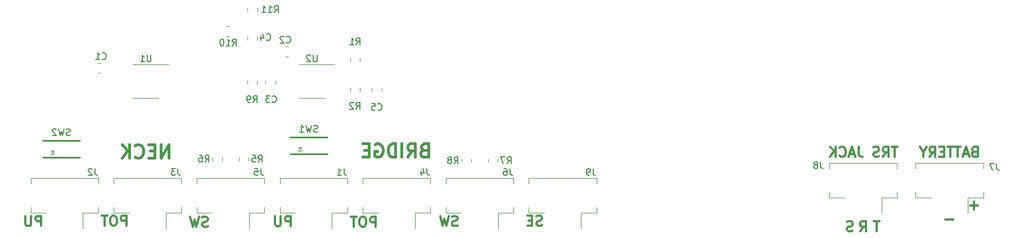
<source format=gbr>
%TF.GenerationSoftware,KiCad,Pcbnew,(6.0.1)*%
%TF.CreationDate,2022-02-21T20:45:34-05:00*%
%TF.ProjectId,uv_back,75765f62-6163-46b2-9e6b-696361645f70,rev?*%
%TF.SameCoordinates,Original*%
%TF.FileFunction,Legend,Bot*%
%TF.FilePolarity,Positive*%
%FSLAX46Y46*%
G04 Gerber Fmt 4.6, Leading zero omitted, Abs format (unit mm)*
G04 Created by KiCad (PCBNEW (6.0.1)) date 2022-02-21 20:45:34*
%MOMM*%
%LPD*%
G01*
G04 APERTURE LIST*
%ADD10C,0.325000*%
%ADD11C,0.400000*%
%ADD12C,0.150000*%
%ADD13C,0.095250*%
%ADD14C,0.120000*%
%ADD15C,0.254000*%
G04 APERTURE END LIST*
D10*
X95328035Y-123432142D02*
X95113750Y-123503571D01*
X94756607Y-123503571D01*
X94613750Y-123432142D01*
X94542321Y-123360714D01*
X94470892Y-123217857D01*
X94470892Y-123075000D01*
X94542321Y-122932142D01*
X94613750Y-122860714D01*
X94756607Y-122789285D01*
X95042321Y-122717857D01*
X95185178Y-122646428D01*
X95256607Y-122575000D01*
X95328035Y-122432142D01*
X95328035Y-122289285D01*
X95256607Y-122146428D01*
X95185178Y-122075000D01*
X95042321Y-122003571D01*
X94685178Y-122003571D01*
X94470892Y-122075000D01*
X93970892Y-122003571D02*
X93613750Y-123503571D01*
X93328035Y-122432142D01*
X93042321Y-123503571D01*
X92685178Y-122003571D01*
X83075000Y-123328571D02*
X83075000Y-121828571D01*
X82503571Y-121828571D01*
X82360714Y-121900000D01*
X82289285Y-121971428D01*
X82217857Y-122114285D01*
X82217857Y-122328571D01*
X82289285Y-122471428D01*
X82360714Y-122542857D01*
X82503571Y-122614285D01*
X83075000Y-122614285D01*
X81289285Y-121828571D02*
X81003571Y-121828571D01*
X80860714Y-121900000D01*
X80717857Y-122042857D01*
X80646428Y-122328571D01*
X80646428Y-122828571D01*
X80717857Y-123114285D01*
X80860714Y-123257142D01*
X81003571Y-123328571D01*
X81289285Y-123328571D01*
X81432142Y-123257142D01*
X81575000Y-123114285D01*
X81646428Y-122828571D01*
X81646428Y-122328571D01*
X81575000Y-122042857D01*
X81432142Y-121900000D01*
X81289285Y-121828571D01*
X80217857Y-121828571D02*
X79360714Y-121828571D01*
X79789285Y-123328571D02*
X79789285Y-121828571D01*
X107803571Y-123403571D02*
X107803571Y-121903571D01*
X107232142Y-121903571D01*
X107089285Y-121975000D01*
X107017857Y-122046428D01*
X106946428Y-122189285D01*
X106946428Y-122403571D01*
X107017857Y-122546428D01*
X107089285Y-122617857D01*
X107232142Y-122689285D01*
X107803571Y-122689285D01*
X106303571Y-121903571D02*
X106303571Y-123117857D01*
X106232142Y-123260714D01*
X106160714Y-123332142D01*
X106017857Y-123403571D01*
X105732142Y-123403571D01*
X105589285Y-123332142D01*
X105517857Y-123260714D01*
X105446428Y-123117857D01*
X105446428Y-121903571D01*
X196428571Y-122678571D02*
X195571428Y-122678571D01*
X196000000Y-124178571D02*
X196000000Y-122678571D01*
X120600000Y-123503571D02*
X120600000Y-122003571D01*
X120028571Y-122003571D01*
X119885714Y-122075000D01*
X119814285Y-122146428D01*
X119742857Y-122289285D01*
X119742857Y-122503571D01*
X119814285Y-122646428D01*
X119885714Y-122717857D01*
X120028571Y-122789285D01*
X120600000Y-122789285D01*
X118814285Y-122003571D02*
X118528571Y-122003571D01*
X118385714Y-122075000D01*
X118242857Y-122217857D01*
X118171428Y-122503571D01*
X118171428Y-123003571D01*
X118242857Y-123289285D01*
X118385714Y-123432142D01*
X118528571Y-123503571D01*
X118814285Y-123503571D01*
X118957142Y-123432142D01*
X119100000Y-123289285D01*
X119171428Y-123003571D01*
X119171428Y-122503571D01*
X119100000Y-122217857D01*
X118957142Y-122075000D01*
X118814285Y-122003571D01*
X117742857Y-122003571D02*
X116885714Y-122003571D01*
X117314285Y-123503571D02*
X117314285Y-122003571D01*
X70228571Y-123378571D02*
X70228571Y-121878571D01*
X69657142Y-121878571D01*
X69514285Y-121950000D01*
X69442857Y-122021428D01*
X69371428Y-122164285D01*
X69371428Y-122378571D01*
X69442857Y-122521428D01*
X69514285Y-122592857D01*
X69657142Y-122664285D01*
X70228571Y-122664285D01*
X68728571Y-121878571D02*
X68728571Y-123092857D01*
X68657142Y-123235714D01*
X68585714Y-123307142D01*
X68442857Y-123378571D01*
X68157142Y-123378571D01*
X68014285Y-123307142D01*
X67942857Y-123235714D01*
X67871428Y-123092857D01*
X67871428Y-121878571D01*
X192428571Y-124107142D02*
X192214285Y-124178571D01*
X191857142Y-124178571D01*
X191714285Y-124107142D01*
X191642857Y-124035714D01*
X191571428Y-123892857D01*
X191571428Y-123750000D01*
X191642857Y-123607142D01*
X191714285Y-123535714D01*
X191857142Y-123464285D01*
X192142857Y-123392857D01*
X192285714Y-123321428D01*
X192357142Y-123250000D01*
X192428571Y-123107142D01*
X192428571Y-122964285D01*
X192357142Y-122821428D01*
X192285714Y-122750000D01*
X192142857Y-122678571D01*
X191785714Y-122678571D01*
X191571428Y-122750000D01*
X193535714Y-124178571D02*
X194035714Y-123464285D01*
X194392857Y-124178571D02*
X194392857Y-122678571D01*
X193821428Y-122678571D01*
X193678571Y-122750000D01*
X193607142Y-122821428D01*
X193535714Y-122964285D01*
X193535714Y-123178571D01*
X193607142Y-123321428D01*
X193678571Y-123392857D01*
X193821428Y-123464285D01*
X194392857Y-123464285D01*
X132935714Y-123307142D02*
X132721428Y-123378571D01*
X132364285Y-123378571D01*
X132221428Y-123307142D01*
X132150000Y-123235714D01*
X132078571Y-123092857D01*
X132078571Y-122950000D01*
X132150000Y-122807142D01*
X132221428Y-122735714D01*
X132364285Y-122664285D01*
X132650000Y-122592857D01*
X132792857Y-122521428D01*
X132864285Y-122450000D01*
X132935714Y-122307142D01*
X132935714Y-122164285D01*
X132864285Y-122021428D01*
X132792857Y-121950000D01*
X132650000Y-121878571D01*
X132292857Y-121878571D01*
X132078571Y-121950000D01*
X131578571Y-121878571D02*
X131221428Y-123378571D01*
X130935714Y-122307142D01*
X130650000Y-123378571D01*
X130292857Y-121878571D01*
X210750000Y-112142857D02*
X210535714Y-112214285D01*
X210464285Y-112285714D01*
X210392857Y-112428571D01*
X210392857Y-112642857D01*
X210464285Y-112785714D01*
X210535714Y-112857142D01*
X210678571Y-112928571D01*
X211250000Y-112928571D01*
X211250000Y-111428571D01*
X210750000Y-111428571D01*
X210607142Y-111500000D01*
X210535714Y-111571428D01*
X210464285Y-111714285D01*
X210464285Y-111857142D01*
X210535714Y-112000000D01*
X210607142Y-112071428D01*
X210750000Y-112142857D01*
X211250000Y-112142857D01*
X209821428Y-112500000D02*
X209107142Y-112500000D01*
X209964285Y-112928571D02*
X209464285Y-111428571D01*
X208964285Y-112928571D01*
X208678571Y-111428571D02*
X207821428Y-111428571D01*
X208250000Y-112928571D02*
X208250000Y-111428571D01*
X207535714Y-111428571D02*
X206678571Y-111428571D01*
X207107142Y-112928571D02*
X207107142Y-111428571D01*
X206178571Y-112142857D02*
X205678571Y-112142857D01*
X205464285Y-112928571D02*
X206178571Y-112928571D01*
X206178571Y-111428571D01*
X205464285Y-111428571D01*
X203964285Y-112928571D02*
X204464285Y-112214285D01*
X204821428Y-112928571D02*
X204821428Y-111428571D01*
X204250000Y-111428571D01*
X204107142Y-111500000D01*
X204035714Y-111571428D01*
X203964285Y-111714285D01*
X203964285Y-111928571D01*
X204035714Y-112071428D01*
X204107142Y-112142857D01*
X204250000Y-112214285D01*
X204821428Y-112214285D01*
X203035714Y-112214285D02*
X203035714Y-112928571D01*
X203535714Y-111428571D02*
X203035714Y-112214285D01*
X202535714Y-111428571D01*
D11*
X127863095Y-111882142D02*
X127577380Y-111977380D01*
X127482142Y-112072619D01*
X127386904Y-112263095D01*
X127386904Y-112548809D01*
X127482142Y-112739285D01*
X127577380Y-112834523D01*
X127767857Y-112929761D01*
X128529761Y-112929761D01*
X128529761Y-110929761D01*
X127863095Y-110929761D01*
X127672619Y-111025000D01*
X127577380Y-111120238D01*
X127482142Y-111310714D01*
X127482142Y-111501190D01*
X127577380Y-111691666D01*
X127672619Y-111786904D01*
X127863095Y-111882142D01*
X128529761Y-111882142D01*
X125386904Y-112929761D02*
X126053571Y-111977380D01*
X126529761Y-112929761D02*
X126529761Y-110929761D01*
X125767857Y-110929761D01*
X125577380Y-111025000D01*
X125482142Y-111120238D01*
X125386904Y-111310714D01*
X125386904Y-111596428D01*
X125482142Y-111786904D01*
X125577380Y-111882142D01*
X125767857Y-111977380D01*
X126529761Y-111977380D01*
X124529761Y-112929761D02*
X124529761Y-110929761D01*
X123577380Y-112929761D02*
X123577380Y-110929761D01*
X123101190Y-110929761D01*
X122815476Y-111025000D01*
X122625000Y-111215476D01*
X122529761Y-111405952D01*
X122434523Y-111786904D01*
X122434523Y-112072619D01*
X122529761Y-112453571D01*
X122625000Y-112644047D01*
X122815476Y-112834523D01*
X123101190Y-112929761D01*
X123577380Y-112929761D01*
X120529761Y-111025000D02*
X120720238Y-110929761D01*
X121005952Y-110929761D01*
X121291666Y-111025000D01*
X121482142Y-111215476D01*
X121577380Y-111405952D01*
X121672619Y-111786904D01*
X121672619Y-112072619D01*
X121577380Y-112453571D01*
X121482142Y-112644047D01*
X121291666Y-112834523D01*
X121005952Y-112929761D01*
X120815476Y-112929761D01*
X120529761Y-112834523D01*
X120434523Y-112739285D01*
X120434523Y-112072619D01*
X120815476Y-112072619D01*
X119577380Y-111882142D02*
X118910714Y-111882142D01*
X118625000Y-112929761D02*
X119577380Y-112929761D01*
X119577380Y-110929761D01*
X118625000Y-110929761D01*
D10*
X199178571Y-111428571D02*
X198321428Y-111428571D01*
X198750000Y-112928571D02*
X198750000Y-111428571D01*
X196964285Y-112928571D02*
X197464285Y-112214285D01*
X197821428Y-112928571D02*
X197821428Y-111428571D01*
X197250000Y-111428571D01*
X197107142Y-111500000D01*
X197035714Y-111571428D01*
X196964285Y-111714285D01*
X196964285Y-111928571D01*
X197035714Y-112071428D01*
X197107142Y-112142857D01*
X197250000Y-112214285D01*
X197821428Y-112214285D01*
X196392857Y-112857142D02*
X196178571Y-112928571D01*
X195821428Y-112928571D01*
X195678571Y-112857142D01*
X195607142Y-112785714D01*
X195535714Y-112642857D01*
X195535714Y-112500000D01*
X195607142Y-112357142D01*
X195678571Y-112285714D01*
X195821428Y-112214285D01*
X196107142Y-112142857D01*
X196250000Y-112071428D01*
X196321428Y-112000000D01*
X196392857Y-111857142D01*
X196392857Y-111714285D01*
X196321428Y-111571428D01*
X196250000Y-111500000D01*
X196107142Y-111428571D01*
X195750000Y-111428571D01*
X195535714Y-111500000D01*
X193321428Y-111428571D02*
X193321428Y-112500000D01*
X193392857Y-112714285D01*
X193535714Y-112857142D01*
X193750000Y-112928571D01*
X193892857Y-112928571D01*
X192678571Y-112500000D02*
X191964285Y-112500000D01*
X192821428Y-112928571D02*
X192321428Y-111428571D01*
X191821428Y-112928571D01*
X190464285Y-112785714D02*
X190535714Y-112857142D01*
X190750000Y-112928571D01*
X190892857Y-112928571D01*
X191107142Y-112857142D01*
X191250000Y-112714285D01*
X191321428Y-112571428D01*
X191392857Y-112285714D01*
X191392857Y-112071428D01*
X191321428Y-111785714D01*
X191250000Y-111642857D01*
X191107142Y-111500000D01*
X190892857Y-111428571D01*
X190750000Y-111428571D01*
X190535714Y-111500000D01*
X190464285Y-111571428D01*
X189821428Y-112928571D02*
X189821428Y-111428571D01*
X188964285Y-112928571D02*
X189607142Y-112071428D01*
X188964285Y-111428571D02*
X189821428Y-112285714D01*
D11*
X89426190Y-113079761D02*
X89426190Y-111079761D01*
X88283333Y-113079761D01*
X88283333Y-111079761D01*
X87330952Y-112032142D02*
X86664285Y-112032142D01*
X86378571Y-113079761D02*
X87330952Y-113079761D01*
X87330952Y-111079761D01*
X86378571Y-111079761D01*
X84378571Y-112889285D02*
X84473809Y-112984523D01*
X84759523Y-113079761D01*
X84950000Y-113079761D01*
X85235714Y-112984523D01*
X85426190Y-112794047D01*
X85521428Y-112603571D01*
X85616666Y-112222619D01*
X85616666Y-111936904D01*
X85521428Y-111555952D01*
X85426190Y-111365476D01*
X85235714Y-111175000D01*
X84950000Y-111079761D01*
X84759523Y-111079761D01*
X84473809Y-111175000D01*
X84378571Y-111270238D01*
X83521428Y-113079761D02*
X83521428Y-111079761D01*
X82378571Y-113079761D02*
X83235714Y-111936904D01*
X82378571Y-111079761D02*
X83521428Y-112222619D01*
D10*
X211271428Y-120282142D02*
X210128571Y-120282142D01*
X210700000Y-120853571D02*
X210700000Y-119710714D01*
X207546428Y-122407142D02*
X206403571Y-122407142D01*
X145657142Y-123282142D02*
X145442857Y-123353571D01*
X145085714Y-123353571D01*
X144942857Y-123282142D01*
X144871428Y-123210714D01*
X144800000Y-123067857D01*
X144800000Y-122925000D01*
X144871428Y-122782142D01*
X144942857Y-122710714D01*
X145085714Y-122639285D01*
X145371428Y-122567857D01*
X145514285Y-122496428D01*
X145585714Y-122425000D01*
X145657142Y-122282142D01*
X145657142Y-122139285D01*
X145585714Y-121996428D01*
X145514285Y-121925000D01*
X145371428Y-121853571D01*
X145014285Y-121853571D01*
X144800000Y-121925000D01*
X144157142Y-122567857D02*
X143657142Y-122567857D01*
X143442857Y-123353571D02*
X144157142Y-123353571D01*
X144157142Y-121853571D01*
X143442857Y-121853571D01*
D12*
%TO.C,R9*%
X102161367Y-104702380D02*
X102494701Y-104226190D01*
X102732796Y-104702380D02*
X102732796Y-103702380D01*
X102351843Y-103702380D01*
X102256605Y-103750000D01*
X102208986Y-103797619D01*
X102161367Y-103892857D01*
X102161367Y-104035714D01*
X102208986Y-104130952D01*
X102256605Y-104178571D01*
X102351843Y-104226190D01*
X102732796Y-104226190D01*
X101685177Y-104702380D02*
X101494701Y-104702380D01*
X101399462Y-104654761D01*
X101351843Y-104607142D01*
X101256605Y-104464285D01*
X101208986Y-104273809D01*
X101208986Y-103892857D01*
X101256605Y-103797619D01*
X101304224Y-103750000D01*
X101399462Y-103702380D01*
X101589939Y-103702380D01*
X101685177Y-103750000D01*
X101732796Y-103797619D01*
X101780415Y-103892857D01*
X101780415Y-104130952D01*
X101732796Y-104226190D01*
X101685177Y-104273809D01*
X101589939Y-104321428D01*
X101399462Y-104321428D01*
X101304224Y-104273809D01*
X101256605Y-104226190D01*
X101208986Y-104130952D01*
%TO.C,R10*%
X99042857Y-96127380D02*
X99376190Y-95651190D01*
X99614285Y-96127380D02*
X99614285Y-95127380D01*
X99233333Y-95127380D01*
X99138095Y-95175000D01*
X99090476Y-95222619D01*
X99042857Y-95317857D01*
X99042857Y-95460714D01*
X99090476Y-95555952D01*
X99138095Y-95603571D01*
X99233333Y-95651190D01*
X99614285Y-95651190D01*
X98090476Y-96127380D02*
X98661904Y-96127380D01*
X98376190Y-96127380D02*
X98376190Y-95127380D01*
X98471428Y-95270238D01*
X98566666Y-95365476D01*
X98661904Y-95413095D01*
X97471428Y-95127380D02*
X97376190Y-95127380D01*
X97280952Y-95175000D01*
X97233333Y-95222619D01*
X97185714Y-95317857D01*
X97138095Y-95508333D01*
X97138095Y-95746428D01*
X97185714Y-95936904D01*
X97233333Y-96032142D01*
X97280952Y-96079761D01*
X97376190Y-96127380D01*
X97471428Y-96127380D01*
X97566666Y-96079761D01*
X97614285Y-96032142D01*
X97661904Y-95936904D01*
X97709523Y-95746428D01*
X97709523Y-95508333D01*
X97661904Y-95317857D01*
X97614285Y-95222619D01*
X97566666Y-95175000D01*
X97471428Y-95127380D01*
%TO.C,J8*%
X187583333Y-113702380D02*
X187583333Y-114416666D01*
X187630952Y-114559523D01*
X187726190Y-114654761D01*
X187869047Y-114702380D01*
X187964285Y-114702380D01*
X186964285Y-114130952D02*
X187059523Y-114083333D01*
X187107142Y-114035714D01*
X187154761Y-113940476D01*
X187154761Y-113892857D01*
X187107142Y-113797619D01*
X187059523Y-113750000D01*
X186964285Y-113702380D01*
X186773809Y-113702380D01*
X186678571Y-113750000D01*
X186630952Y-113797619D01*
X186583333Y-113892857D01*
X186583333Y-113940476D01*
X186630952Y-114035714D01*
X186678571Y-114083333D01*
X186773809Y-114130952D01*
X186964285Y-114130952D01*
X187059523Y-114178571D01*
X187107142Y-114226190D01*
X187154761Y-114321428D01*
X187154761Y-114511904D01*
X187107142Y-114607142D01*
X187059523Y-114654761D01*
X186964285Y-114702380D01*
X186773809Y-114702380D01*
X186678571Y-114654761D01*
X186630952Y-114607142D01*
X186583333Y-114511904D01*
X186583333Y-114321428D01*
X186630952Y-114226190D01*
X186678571Y-114178571D01*
X186773809Y-114130952D01*
%TO.C,U1*%
X86761904Y-97552380D02*
X86761904Y-98361904D01*
X86714285Y-98457142D01*
X86666666Y-98504761D01*
X86571428Y-98552380D01*
X86380952Y-98552380D01*
X86285714Y-98504761D01*
X86238095Y-98457142D01*
X86190476Y-98361904D01*
X86190476Y-97552380D01*
X85190476Y-98552380D02*
X85761904Y-98552380D01*
X85476190Y-98552380D02*
X85476190Y-97552380D01*
X85571428Y-97695238D01*
X85666666Y-97790476D01*
X85761904Y-97838095D01*
%TO.C,R11*%
X105367857Y-91102380D02*
X105701190Y-90626190D01*
X105939285Y-91102380D02*
X105939285Y-90102380D01*
X105558333Y-90102380D01*
X105463095Y-90150000D01*
X105415476Y-90197619D01*
X105367857Y-90292857D01*
X105367857Y-90435714D01*
X105415476Y-90530952D01*
X105463095Y-90578571D01*
X105558333Y-90626190D01*
X105939285Y-90626190D01*
X104415476Y-91102380D02*
X104986904Y-91102380D01*
X104701190Y-91102380D02*
X104701190Y-90102380D01*
X104796428Y-90245238D01*
X104891666Y-90340476D01*
X104986904Y-90388095D01*
X103463095Y-91102380D02*
X104034523Y-91102380D01*
X103748809Y-91102380D02*
X103748809Y-90102380D01*
X103844047Y-90245238D01*
X103939285Y-90340476D01*
X104034523Y-90388095D01*
%TO.C,R7*%
X140416666Y-113952380D02*
X140750000Y-113476190D01*
X140988095Y-113952380D02*
X140988095Y-112952380D01*
X140607142Y-112952380D01*
X140511904Y-113000000D01*
X140464285Y-113047619D01*
X140416666Y-113142857D01*
X140416666Y-113285714D01*
X140464285Y-113380952D01*
X140511904Y-113428571D01*
X140607142Y-113476190D01*
X140988095Y-113476190D01*
X140083333Y-112952380D02*
X139416666Y-112952380D01*
X139845238Y-113952380D01*
%TO.C,J6*%
X140833333Y-114702380D02*
X140833333Y-115416666D01*
X140880952Y-115559523D01*
X140976190Y-115654761D01*
X141119047Y-115702380D01*
X141214285Y-115702380D01*
X139928571Y-114702380D02*
X140119047Y-114702380D01*
X140214285Y-114750000D01*
X140261904Y-114797619D01*
X140357142Y-114940476D01*
X140404761Y-115130952D01*
X140404761Y-115511904D01*
X140357142Y-115607142D01*
X140309523Y-115654761D01*
X140214285Y-115702380D01*
X140023809Y-115702380D01*
X139928571Y-115654761D01*
X139880952Y-115607142D01*
X139833333Y-115511904D01*
X139833333Y-115273809D01*
X139880952Y-115178571D01*
X139928571Y-115130952D01*
X140023809Y-115083333D01*
X140214285Y-115083333D01*
X140309523Y-115130952D01*
X140357142Y-115178571D01*
X140404761Y-115273809D01*
%TO.C,J7*%
X214083333Y-113952380D02*
X214083333Y-114666666D01*
X214130952Y-114809523D01*
X214226190Y-114904761D01*
X214369047Y-114952380D01*
X214464285Y-114952380D01*
X213702380Y-113952380D02*
X213035714Y-113952380D01*
X213464285Y-114952380D01*
%TO.C,C3*%
X105033167Y-104607142D02*
X105080786Y-104654761D01*
X105223643Y-104702380D01*
X105318881Y-104702380D01*
X105461739Y-104654761D01*
X105556977Y-104559523D01*
X105604596Y-104464285D01*
X105652215Y-104273809D01*
X105652215Y-104130952D01*
X105604596Y-103940476D01*
X105556977Y-103845238D01*
X105461739Y-103750000D01*
X105318881Y-103702380D01*
X105223643Y-103702380D01*
X105080786Y-103750000D01*
X105033167Y-103797619D01*
X104699834Y-103702380D02*
X104080786Y-103702380D01*
X104414120Y-104083333D01*
X104271262Y-104083333D01*
X104176024Y-104130952D01*
X104128405Y-104178571D01*
X104080786Y-104273809D01*
X104080786Y-104511904D01*
X104128405Y-104607142D01*
X104176024Y-104654761D01*
X104271262Y-104702380D01*
X104556977Y-104702380D01*
X104652215Y-104654761D01*
X104699834Y-104607142D01*
%TO.C,SW1*%
X111833333Y-109154761D02*
X111690476Y-109202380D01*
X111452380Y-109202380D01*
X111357142Y-109154761D01*
X111309523Y-109107142D01*
X111261904Y-109011904D01*
X111261904Y-108916666D01*
X111309523Y-108821428D01*
X111357142Y-108773809D01*
X111452380Y-108726190D01*
X111642857Y-108678571D01*
X111738095Y-108630952D01*
X111785714Y-108583333D01*
X111833333Y-108488095D01*
X111833333Y-108392857D01*
X111785714Y-108297619D01*
X111738095Y-108250000D01*
X111642857Y-108202380D01*
X111404761Y-108202380D01*
X111261904Y-108250000D01*
X110928571Y-108202380D02*
X110690476Y-109202380D01*
X110500000Y-108488095D01*
X110309523Y-109202380D01*
X110071428Y-108202380D01*
X109166666Y-109202380D02*
X109738095Y-109202380D01*
X109452380Y-109202380D02*
X109452380Y-108202380D01*
X109547619Y-108345238D01*
X109642857Y-108440476D01*
X109738095Y-108488095D01*
D13*
X109384123Y-112010801D02*
X109384123Y-111938230D01*
X109365981Y-111901944D01*
X109329695Y-111865658D01*
X109257123Y-111847516D01*
X109130123Y-111847516D01*
X109057552Y-111865658D01*
X109021266Y-111901944D01*
X109003123Y-111938230D01*
X109003123Y-112010801D01*
X109021266Y-112047087D01*
X109057552Y-112083373D01*
X109130123Y-112101516D01*
X109257123Y-112101516D01*
X109329695Y-112083373D01*
X109365981Y-112047087D01*
X109384123Y-112010801D01*
X109003123Y-111684230D02*
X109384123Y-111684230D01*
X109003123Y-111466516D01*
X109384123Y-111466516D01*
D12*
%TO.C,R8*%
X132416666Y-113952380D02*
X132750000Y-113476190D01*
X132988095Y-113952380D02*
X132988095Y-112952380D01*
X132607142Y-112952380D01*
X132511904Y-113000000D01*
X132464285Y-113047619D01*
X132416666Y-113142857D01*
X132416666Y-113285714D01*
X132464285Y-113380952D01*
X132511904Y-113428571D01*
X132607142Y-113476190D01*
X132988095Y-113476190D01*
X131845238Y-113380952D02*
X131940476Y-113333333D01*
X131988095Y-113285714D01*
X132035714Y-113190476D01*
X132035714Y-113142857D01*
X131988095Y-113047619D01*
X131940476Y-113000000D01*
X131845238Y-112952380D01*
X131654761Y-112952380D01*
X131559523Y-113000000D01*
X131511904Y-113047619D01*
X131464285Y-113142857D01*
X131464285Y-113190476D01*
X131511904Y-113285714D01*
X131559523Y-113333333D01*
X131654761Y-113380952D01*
X131845238Y-113380952D01*
X131940476Y-113428571D01*
X131988095Y-113476190D01*
X132035714Y-113571428D01*
X132035714Y-113761904D01*
X131988095Y-113857142D01*
X131940476Y-113904761D01*
X131845238Y-113952380D01*
X131654761Y-113952380D01*
X131559523Y-113904761D01*
X131511904Y-113857142D01*
X131464285Y-113761904D01*
X131464285Y-113571428D01*
X131511904Y-113476190D01*
X131559523Y-113428571D01*
X131654761Y-113380952D01*
%TO.C,J9*%
X153333333Y-114702380D02*
X153333333Y-115416666D01*
X153380952Y-115559523D01*
X153476190Y-115654761D01*
X153619047Y-115702380D01*
X153714285Y-115702380D01*
X152809523Y-115702380D02*
X152619047Y-115702380D01*
X152523809Y-115654761D01*
X152476190Y-115607142D01*
X152380952Y-115464285D01*
X152333333Y-115273809D01*
X152333333Y-114892857D01*
X152380952Y-114797619D01*
X152428571Y-114750000D01*
X152523809Y-114702380D01*
X152714285Y-114702380D01*
X152809523Y-114750000D01*
X152857142Y-114797619D01*
X152904761Y-114892857D01*
X152904761Y-115130952D01*
X152857142Y-115226190D01*
X152809523Y-115273809D01*
X152714285Y-115321428D01*
X152523809Y-115321428D01*
X152428571Y-115273809D01*
X152380952Y-115226190D01*
X152333333Y-115130952D01*
%TO.C,C4*%
X104166666Y-95232142D02*
X104214285Y-95279761D01*
X104357142Y-95327380D01*
X104452380Y-95327380D01*
X104595238Y-95279761D01*
X104690476Y-95184523D01*
X104738095Y-95089285D01*
X104785714Y-94898809D01*
X104785714Y-94755952D01*
X104738095Y-94565476D01*
X104690476Y-94470238D01*
X104595238Y-94375000D01*
X104452380Y-94327380D01*
X104357142Y-94327380D01*
X104214285Y-94375000D01*
X104166666Y-94422619D01*
X103309523Y-94660714D02*
X103309523Y-95327380D01*
X103547619Y-94279761D02*
X103785714Y-94994047D01*
X103166666Y-94994047D01*
%TO.C,J5*%
X103333333Y-114702380D02*
X103333333Y-115416666D01*
X103380952Y-115559523D01*
X103476190Y-115654761D01*
X103619047Y-115702380D01*
X103714285Y-115702380D01*
X102380952Y-114702380D02*
X102857142Y-114702380D01*
X102904761Y-115178571D01*
X102857142Y-115130952D01*
X102761904Y-115083333D01*
X102523809Y-115083333D01*
X102428571Y-115130952D01*
X102380952Y-115178571D01*
X102333333Y-115273809D01*
X102333333Y-115511904D01*
X102380952Y-115607142D01*
X102428571Y-115654761D01*
X102523809Y-115702380D01*
X102761904Y-115702380D01*
X102857142Y-115654761D01*
X102904761Y-115607142D01*
%TO.C,SW2*%
X74583333Y-109654761D02*
X74440476Y-109702380D01*
X74202380Y-109702380D01*
X74107142Y-109654761D01*
X74059523Y-109607142D01*
X74011904Y-109511904D01*
X74011904Y-109416666D01*
X74059523Y-109321428D01*
X74107142Y-109273809D01*
X74202380Y-109226190D01*
X74392857Y-109178571D01*
X74488095Y-109130952D01*
X74535714Y-109083333D01*
X74583333Y-108988095D01*
X74583333Y-108892857D01*
X74535714Y-108797619D01*
X74488095Y-108750000D01*
X74392857Y-108702380D01*
X74154761Y-108702380D01*
X74011904Y-108750000D01*
X73678571Y-108702380D02*
X73440476Y-109702380D01*
X73250000Y-108988095D01*
X73059523Y-109702380D01*
X72821428Y-108702380D01*
X72488095Y-108797619D02*
X72440476Y-108750000D01*
X72345238Y-108702380D01*
X72107142Y-108702380D01*
X72011904Y-108750000D01*
X71964285Y-108797619D01*
X71916666Y-108892857D01*
X71916666Y-108988095D01*
X71964285Y-109130952D01*
X72535714Y-109702380D01*
X71916666Y-109702380D01*
D13*
X72134123Y-112510801D02*
X72134123Y-112438230D01*
X72115981Y-112401944D01*
X72079695Y-112365658D01*
X72007123Y-112347516D01*
X71880123Y-112347516D01*
X71807552Y-112365658D01*
X71771266Y-112401944D01*
X71753123Y-112438230D01*
X71753123Y-112510801D01*
X71771266Y-112547087D01*
X71807552Y-112583373D01*
X71880123Y-112601516D01*
X72007123Y-112601516D01*
X72079695Y-112583373D01*
X72115981Y-112547087D01*
X72134123Y-112510801D01*
X71753123Y-112184230D02*
X72134123Y-112184230D01*
X71753123Y-111966516D01*
X72134123Y-111966516D01*
D12*
%TO.C,U2*%
X111761904Y-97552380D02*
X111761904Y-98361904D01*
X111714285Y-98457142D01*
X111666666Y-98504761D01*
X111571428Y-98552380D01*
X111380952Y-98552380D01*
X111285714Y-98504761D01*
X111238095Y-98457142D01*
X111190476Y-98361904D01*
X111190476Y-97552380D01*
X110761904Y-97647619D02*
X110714285Y-97600000D01*
X110619047Y-97552380D01*
X110380952Y-97552380D01*
X110285714Y-97600000D01*
X110238095Y-97647619D01*
X110190476Y-97742857D01*
X110190476Y-97838095D01*
X110238095Y-97980952D01*
X110809523Y-98552380D01*
X110190476Y-98552380D01*
%TO.C,R1*%
X117666666Y-95952380D02*
X118000000Y-95476190D01*
X118238095Y-95952380D02*
X118238095Y-94952380D01*
X117857142Y-94952380D01*
X117761904Y-95000000D01*
X117714285Y-95047619D01*
X117666666Y-95142857D01*
X117666666Y-95285714D01*
X117714285Y-95380952D01*
X117761904Y-95428571D01*
X117857142Y-95476190D01*
X118238095Y-95476190D01*
X116714285Y-95952380D02*
X117285714Y-95952380D01*
X117000000Y-95952380D02*
X117000000Y-94952380D01*
X117095238Y-95095238D01*
X117190476Y-95190476D01*
X117285714Y-95238095D01*
%TO.C,C1*%
X79416666Y-98107142D02*
X79464285Y-98154761D01*
X79607142Y-98202380D01*
X79702380Y-98202380D01*
X79845238Y-98154761D01*
X79940476Y-98059523D01*
X79988095Y-97964285D01*
X80035714Y-97773809D01*
X80035714Y-97630952D01*
X79988095Y-97440476D01*
X79940476Y-97345238D01*
X79845238Y-97250000D01*
X79702380Y-97202380D01*
X79607142Y-97202380D01*
X79464285Y-97250000D01*
X79416666Y-97297619D01*
X78464285Y-98202380D02*
X79035714Y-98202380D01*
X78750000Y-98202380D02*
X78750000Y-97202380D01*
X78845238Y-97345238D01*
X78940476Y-97440476D01*
X79035714Y-97488095D01*
%TO.C,R6*%
X94916666Y-113702380D02*
X95250000Y-113226190D01*
X95488095Y-113702380D02*
X95488095Y-112702380D01*
X95107142Y-112702380D01*
X95011904Y-112750000D01*
X94964285Y-112797619D01*
X94916666Y-112892857D01*
X94916666Y-113035714D01*
X94964285Y-113130952D01*
X95011904Y-113178571D01*
X95107142Y-113226190D01*
X95488095Y-113226190D01*
X94059523Y-112702380D02*
X94250000Y-112702380D01*
X94345238Y-112750000D01*
X94392857Y-112797619D01*
X94488095Y-112940476D01*
X94535714Y-113130952D01*
X94535714Y-113511904D01*
X94488095Y-113607142D01*
X94440476Y-113654761D01*
X94345238Y-113702380D01*
X94154761Y-113702380D01*
X94059523Y-113654761D01*
X94011904Y-113607142D01*
X93964285Y-113511904D01*
X93964285Y-113273809D01*
X94011904Y-113178571D01*
X94059523Y-113130952D01*
X94154761Y-113083333D01*
X94345238Y-113083333D01*
X94440476Y-113130952D01*
X94488095Y-113178571D01*
X94535714Y-113273809D01*
%TO.C,C5*%
X120916666Y-105770389D02*
X120964285Y-105818008D01*
X121107142Y-105865627D01*
X121202380Y-105865627D01*
X121345238Y-105818008D01*
X121440476Y-105722770D01*
X121488095Y-105627532D01*
X121535714Y-105437056D01*
X121535714Y-105294199D01*
X121488095Y-105103723D01*
X121440476Y-105008485D01*
X121345238Y-104913247D01*
X121202380Y-104865627D01*
X121107142Y-104865627D01*
X120964285Y-104913247D01*
X120916666Y-104960866D01*
X120011904Y-104865627D02*
X120488095Y-104865627D01*
X120535714Y-105341818D01*
X120488095Y-105294199D01*
X120392857Y-105246580D01*
X120154761Y-105246580D01*
X120059523Y-105294199D01*
X120011904Y-105341818D01*
X119964285Y-105437056D01*
X119964285Y-105675151D01*
X120011904Y-105770389D01*
X120059523Y-105818008D01*
X120154761Y-105865627D01*
X120392857Y-105865627D01*
X120488095Y-105818008D01*
X120535714Y-105770389D01*
%TO.C,J2*%
X78333333Y-114702380D02*
X78333333Y-115416666D01*
X78380952Y-115559523D01*
X78476190Y-115654761D01*
X78619047Y-115702380D01*
X78714285Y-115702380D01*
X77904761Y-114797619D02*
X77857142Y-114750000D01*
X77761904Y-114702380D01*
X77523809Y-114702380D01*
X77428571Y-114750000D01*
X77380952Y-114797619D01*
X77333333Y-114892857D01*
X77333333Y-114988095D01*
X77380952Y-115130952D01*
X77952380Y-115702380D01*
X77333333Y-115702380D01*
%TO.C,C2*%
X107166666Y-95607142D02*
X107214285Y-95654761D01*
X107357142Y-95702380D01*
X107452380Y-95702380D01*
X107595238Y-95654761D01*
X107690476Y-95559523D01*
X107738095Y-95464285D01*
X107785714Y-95273809D01*
X107785714Y-95130952D01*
X107738095Y-94940476D01*
X107690476Y-94845238D01*
X107595238Y-94750000D01*
X107452380Y-94702380D01*
X107357142Y-94702380D01*
X107214285Y-94750000D01*
X107166666Y-94797619D01*
X106785714Y-94797619D02*
X106738095Y-94750000D01*
X106642857Y-94702380D01*
X106404761Y-94702380D01*
X106309523Y-94750000D01*
X106261904Y-94797619D01*
X106214285Y-94892857D01*
X106214285Y-94988095D01*
X106261904Y-95130952D01*
X106833333Y-95702380D01*
X106214285Y-95702380D01*
%TO.C,J1*%
X115833333Y-114702380D02*
X115833333Y-115416666D01*
X115880952Y-115559523D01*
X115976190Y-115654761D01*
X116119047Y-115702380D01*
X116214285Y-115702380D01*
X114833333Y-115702380D02*
X115404761Y-115702380D01*
X115119047Y-115702380D02*
X115119047Y-114702380D01*
X115214285Y-114845238D01*
X115309523Y-114940476D01*
X115404761Y-114988095D01*
%TO.C,R5*%
X102916666Y-113702380D02*
X103250000Y-113226190D01*
X103488095Y-113702380D02*
X103488095Y-112702380D01*
X103107142Y-112702380D01*
X103011904Y-112750000D01*
X102964285Y-112797619D01*
X102916666Y-112892857D01*
X102916666Y-113035714D01*
X102964285Y-113130952D01*
X103011904Y-113178571D01*
X103107142Y-113226190D01*
X103488095Y-113226190D01*
X102011904Y-112702380D02*
X102488095Y-112702380D01*
X102535714Y-113178571D01*
X102488095Y-113130952D01*
X102392857Y-113083333D01*
X102154761Y-113083333D01*
X102059523Y-113130952D01*
X102011904Y-113178571D01*
X101964285Y-113273809D01*
X101964285Y-113511904D01*
X102011904Y-113607142D01*
X102059523Y-113654761D01*
X102154761Y-113702380D01*
X102392857Y-113702380D01*
X102488095Y-113654761D01*
X102535714Y-113607142D01*
%TO.C,R2*%
X117666666Y-105702380D02*
X118000000Y-105226190D01*
X118238095Y-105702380D02*
X118238095Y-104702380D01*
X117857142Y-104702380D01*
X117761904Y-104750000D01*
X117714285Y-104797619D01*
X117666666Y-104892857D01*
X117666666Y-105035714D01*
X117714285Y-105130952D01*
X117761904Y-105178571D01*
X117857142Y-105226190D01*
X118238095Y-105226190D01*
X117285714Y-104797619D02*
X117238095Y-104750000D01*
X117142857Y-104702380D01*
X116904761Y-104702380D01*
X116809523Y-104750000D01*
X116761904Y-104797619D01*
X116714285Y-104892857D01*
X116714285Y-104988095D01*
X116761904Y-105130952D01*
X117333333Y-105702380D01*
X116714285Y-105702380D01*
%TO.C,J4*%
X128333333Y-114702380D02*
X128333333Y-115416666D01*
X128380952Y-115559523D01*
X128476190Y-115654761D01*
X128619047Y-115702380D01*
X128714285Y-115702380D01*
X127428571Y-115035714D02*
X127428571Y-115702380D01*
X127666666Y-114654761D02*
X127904761Y-115369047D01*
X127285714Y-115369047D01*
%TO.C,J3*%
X90833333Y-114702380D02*
X90833333Y-115416666D01*
X90880952Y-115559523D01*
X90976190Y-115654761D01*
X91119047Y-115702380D01*
X91214285Y-115702380D01*
X90452380Y-114702380D02*
X89833333Y-114702380D01*
X90166666Y-115083333D01*
X90023809Y-115083333D01*
X89928571Y-115130952D01*
X89880952Y-115178571D01*
X89833333Y-115273809D01*
X89833333Y-115511904D01*
X89880952Y-115607142D01*
X89928571Y-115654761D01*
X90023809Y-115702380D01*
X90309523Y-115702380D01*
X90404761Y-115654761D01*
X90452380Y-115607142D01*
D14*
%TO.C,R9*%
X101265000Y-101899417D02*
X101265000Y-101445289D01*
X102735000Y-101899417D02*
X102735000Y-101445289D01*
%TO.C,R10*%
X98097936Y-93215000D02*
X98552064Y-93215000D01*
X98097936Y-94685000D02*
X98552064Y-94685000D01*
%TO.C,J8*%
X199085000Y-114740000D02*
X199085000Y-113890000D01*
X199085000Y-118260000D02*
X199085000Y-119110000D01*
X188915000Y-119110000D02*
X191240000Y-119110000D01*
X188915000Y-113890000D02*
X188915000Y-114740000D01*
X199085000Y-119110000D02*
X196760000Y-119110000D01*
X199085000Y-113890000D02*
X188915000Y-113890000D01*
X188915000Y-118260000D02*
X188915000Y-119110000D01*
X196760000Y-119110000D02*
X196760000Y-121500000D01*
%TO.C,U1*%
X86000000Y-104060000D02*
X84050000Y-104060000D01*
X86000000Y-98940000D02*
X89450000Y-98940000D01*
X86000000Y-104060000D02*
X87950000Y-104060000D01*
X86000000Y-98940000D02*
X84050000Y-98940000D01*
%TO.C,R11*%
X102785000Y-90877064D02*
X102785000Y-90422936D01*
X101315000Y-90877064D02*
X101315000Y-90422936D01*
%TO.C,R7*%
X138985000Y-113272936D02*
X138985000Y-113727064D01*
X137515000Y-113272936D02*
X137515000Y-113727064D01*
%TO.C,J6*%
X131165000Y-120510000D02*
X131165000Y-121360000D01*
X141335000Y-116990000D02*
X141335000Y-116140000D01*
X141335000Y-121360000D02*
X139010000Y-121360000D01*
X131165000Y-116140000D02*
X131165000Y-116990000D01*
X141335000Y-120510000D02*
X141335000Y-121360000D01*
X141335000Y-116140000D02*
X131165000Y-116140000D01*
X131165000Y-121360000D02*
X133490000Y-121360000D01*
X139010000Y-121360000D02*
X139010000Y-123750000D01*
%TO.C,J7*%
X212085000Y-118260000D02*
X212085000Y-119110000D01*
X212085000Y-114740000D02*
X212085000Y-113890000D01*
X212085000Y-113890000D02*
X201915000Y-113890000D01*
X201915000Y-113890000D02*
X201915000Y-114740000D01*
X201915000Y-119110000D02*
X204240000Y-119110000D01*
X212085000Y-119110000D02*
X209760000Y-119110000D01*
X209760000Y-119110000D02*
X209760000Y-121500000D01*
X201915000Y-118260000D02*
X201915000Y-119110000D01*
%TO.C,C3*%
X104015000Y-101874017D02*
X104015000Y-101419889D01*
X105485000Y-101874017D02*
X105485000Y-101419889D01*
D15*
%TO.C,SW1*%
X107706000Y-109980000D02*
X113294000Y-109980000D01*
X107706000Y-112520000D02*
X113294000Y-112520000D01*
D14*
%TO.C,R8*%
X133515000Y-113272936D02*
X133515000Y-113727064D01*
X134985000Y-113272936D02*
X134985000Y-113727064D01*
%TO.C,J9*%
X143665000Y-120510000D02*
X143665000Y-121360000D01*
X143665000Y-116140000D02*
X143665000Y-116990000D01*
X143665000Y-121360000D02*
X145990000Y-121360000D01*
X153835000Y-116140000D02*
X143665000Y-116140000D01*
X153835000Y-116990000D02*
X153835000Y-116140000D01*
X151510000Y-121360000D02*
X151510000Y-123750000D01*
X153835000Y-121360000D02*
X151510000Y-121360000D01*
X153835000Y-120510000D02*
X153835000Y-121360000D01*
%TO.C,C4*%
X102760000Y-95261252D02*
X102760000Y-94738748D01*
X101290000Y-95261252D02*
X101290000Y-94738748D01*
%TO.C,J5*%
X93665000Y-116140000D02*
X93665000Y-116990000D01*
X103835000Y-116990000D02*
X103835000Y-116140000D01*
X103835000Y-121360000D02*
X101510000Y-121360000D01*
X101510000Y-121360000D02*
X101510000Y-123750000D01*
X103835000Y-120510000D02*
X103835000Y-121360000D01*
X93665000Y-121360000D02*
X95990000Y-121360000D01*
X103835000Y-116140000D02*
X93665000Y-116140000D01*
X93665000Y-120510000D02*
X93665000Y-121360000D01*
D15*
%TO.C,SW2*%
X70456000Y-110480000D02*
X76044000Y-110480000D01*
X70456000Y-113020000D02*
X76044000Y-113020000D01*
D14*
%TO.C,U2*%
X111000000Y-104060000D02*
X109050000Y-104060000D01*
X111000000Y-98940000D02*
X114450000Y-98940000D01*
X111000000Y-98940000D02*
X109050000Y-98940000D01*
X111000000Y-104060000D02*
X112950000Y-104060000D01*
%TO.C,R1*%
X116765000Y-98477064D02*
X116765000Y-98022936D01*
X118235000Y-98477064D02*
X118235000Y-98022936D01*
%TO.C,C1*%
X78772936Y-100235000D02*
X79227064Y-100235000D01*
X78772936Y-98765000D02*
X79227064Y-98765000D01*
%TO.C,R6*%
X96015000Y-113022936D02*
X96015000Y-113477064D01*
X97485000Y-113022936D02*
X97485000Y-113477064D01*
%TO.C,C5*%
X120015000Y-102977064D02*
X120015000Y-102522936D01*
X121485000Y-102977064D02*
X121485000Y-102522936D01*
%TO.C,J2*%
X78835000Y-120510000D02*
X78835000Y-121360000D01*
X68665000Y-120510000D02*
X68665000Y-121360000D01*
X78835000Y-116140000D02*
X68665000Y-116140000D01*
X68665000Y-121360000D02*
X70990000Y-121360000D01*
X78835000Y-116990000D02*
X78835000Y-116140000D01*
X76510000Y-121360000D02*
X76510000Y-123750000D01*
X68665000Y-116140000D02*
X68665000Y-116990000D01*
X78835000Y-121360000D02*
X76510000Y-121360000D01*
%TO.C,C2*%
X107022936Y-97735000D02*
X107477064Y-97735000D01*
X107022936Y-96265000D02*
X107477064Y-96265000D01*
%TO.C,J1*%
X114010000Y-121360000D02*
X114010000Y-123750000D01*
X116335000Y-120510000D02*
X116335000Y-121360000D01*
X116335000Y-116140000D02*
X106165000Y-116140000D01*
X106165000Y-116140000D02*
X106165000Y-116990000D01*
X116335000Y-116990000D02*
X116335000Y-116140000D01*
X106165000Y-121360000D02*
X108490000Y-121360000D01*
X106165000Y-120510000D02*
X106165000Y-121360000D01*
X116335000Y-121360000D02*
X114010000Y-121360000D01*
%TO.C,R5*%
X100015000Y-113022936D02*
X100015000Y-113477064D01*
X101485000Y-113022936D02*
X101485000Y-113477064D01*
%TO.C,R2*%
X116765000Y-102977064D02*
X116765000Y-102522936D01*
X118235000Y-102977064D02*
X118235000Y-102522936D01*
%TO.C,J4*%
X128835000Y-116990000D02*
X128835000Y-116140000D01*
X128835000Y-121360000D02*
X126510000Y-121360000D01*
X126510000Y-121360000D02*
X126510000Y-123750000D01*
X118665000Y-121360000D02*
X120990000Y-121360000D01*
X128835000Y-120510000D02*
X128835000Y-121360000D01*
X118665000Y-116140000D02*
X118665000Y-116990000D01*
X128835000Y-116140000D02*
X118665000Y-116140000D01*
X118665000Y-120510000D02*
X118665000Y-121360000D01*
%TO.C,J3*%
X81165000Y-120510000D02*
X81165000Y-121360000D01*
X91335000Y-121360000D02*
X89010000Y-121360000D01*
X89010000Y-121360000D02*
X89010000Y-123750000D01*
X81165000Y-116140000D02*
X81165000Y-116990000D01*
X81165000Y-121360000D02*
X83490000Y-121360000D01*
X91335000Y-116140000D02*
X81165000Y-116140000D01*
X91335000Y-116990000D02*
X91335000Y-116140000D01*
X91335000Y-120510000D02*
X91335000Y-121360000D01*
%TD*%
M02*

</source>
